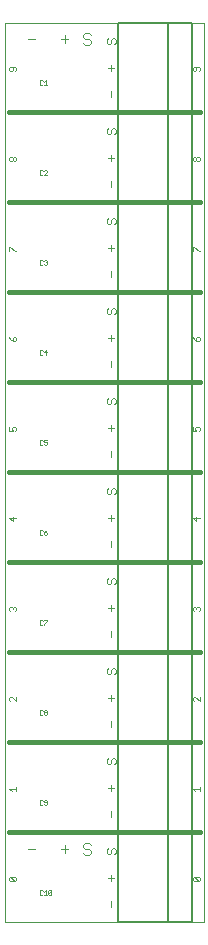
<source format=gto>
G75*
%MOIN*%
%OFA0B0*%
%FSLAX24Y24*%
%IPPOS*%
%LPD*%
%AMOC8*
5,1,8,0,0,1.08239X$1,22.5*
%
%ADD10C,0.0000*%
%ADD11C,0.0030*%
%ADD12C,0.0160*%
%ADD13C,0.0020*%
%ADD14C,0.0050*%
%ADD15C,0.0010*%
D10*
X000100Y000125D02*
X000100Y030121D01*
X006720Y030121D01*
X006720Y000125D01*
X000100Y000125D01*
D11*
X000865Y002575D02*
X001112Y002575D01*
X001970Y002575D02*
X002217Y002575D01*
X002093Y002452D02*
X002093Y002699D01*
X002707Y002699D02*
X002707Y002637D01*
X002768Y002575D01*
X002892Y002575D01*
X002953Y002513D01*
X002953Y002452D01*
X002892Y002390D01*
X002768Y002390D01*
X002707Y002452D01*
X002707Y002699D02*
X002768Y002760D01*
X002892Y002760D01*
X002953Y002699D01*
X003495Y002553D02*
X003495Y002456D01*
X003543Y002408D01*
X003592Y002408D01*
X003640Y002456D01*
X003640Y002553D01*
X003688Y002601D01*
X003737Y002601D01*
X003785Y002553D01*
X003785Y002456D01*
X003737Y002408D01*
X003640Y001717D02*
X003640Y001524D01*
X003543Y001621D02*
X003737Y001621D01*
X003640Y000833D02*
X003640Y000640D01*
X003495Y002553D02*
X003543Y002601D01*
X003640Y003640D02*
X003640Y003833D01*
X003640Y004524D02*
X003640Y004717D01*
X003543Y004621D02*
X003737Y004621D01*
X003737Y005408D02*
X003785Y005456D01*
X003785Y005553D01*
X003737Y005601D01*
X003688Y005601D01*
X003640Y005553D01*
X003640Y005456D01*
X003592Y005408D01*
X003543Y005408D01*
X003495Y005456D01*
X003495Y005553D01*
X003543Y005601D01*
X003640Y006640D02*
X003640Y006833D01*
X003640Y007524D02*
X003640Y007717D01*
X003543Y007621D02*
X003737Y007621D01*
X003737Y008408D02*
X003785Y008456D01*
X003785Y008553D01*
X003737Y008601D01*
X003688Y008601D01*
X003640Y008553D01*
X003640Y008456D01*
X003592Y008408D01*
X003543Y008408D01*
X003495Y008456D01*
X003495Y008553D01*
X003543Y008601D01*
X003640Y009640D02*
X003640Y009833D01*
X003640Y010524D02*
X003640Y010717D01*
X003543Y010621D02*
X003737Y010621D01*
X003737Y011408D02*
X003785Y011456D01*
X003785Y011553D01*
X003737Y011601D01*
X003688Y011601D01*
X003640Y011553D01*
X003640Y011456D01*
X003592Y011408D01*
X003543Y011408D01*
X003495Y011456D01*
X003495Y011553D01*
X003543Y011601D01*
X003640Y012640D02*
X003640Y012833D01*
X003640Y013524D02*
X003640Y013717D01*
X003543Y013621D02*
X003737Y013621D01*
X003737Y014408D02*
X003785Y014456D01*
X003785Y014553D01*
X003737Y014601D01*
X003688Y014601D01*
X003640Y014553D01*
X003640Y014456D01*
X003592Y014408D01*
X003543Y014408D01*
X003495Y014456D01*
X003495Y014553D01*
X003543Y014601D01*
X003640Y015640D02*
X003640Y015833D01*
X003640Y016524D02*
X003640Y016717D01*
X003543Y016621D02*
X003737Y016621D01*
X003737Y017408D02*
X003785Y017456D01*
X003785Y017553D01*
X003737Y017601D01*
X003688Y017601D01*
X003640Y017553D01*
X003640Y017456D01*
X003592Y017408D01*
X003543Y017408D01*
X003495Y017456D01*
X003495Y017553D01*
X003543Y017601D01*
X003640Y018640D02*
X003640Y018833D01*
X003640Y019524D02*
X003640Y019717D01*
X003543Y019621D02*
X003737Y019621D01*
X003737Y020408D02*
X003785Y020456D01*
X003785Y020553D01*
X003737Y020601D01*
X003688Y020601D01*
X003640Y020553D01*
X003640Y020456D01*
X003592Y020408D01*
X003543Y020408D01*
X003495Y020456D01*
X003495Y020553D01*
X003543Y020601D01*
X003640Y021640D02*
X003640Y021833D01*
X003640Y022524D02*
X003640Y022717D01*
X003543Y022621D02*
X003737Y022621D01*
X003737Y023408D02*
X003785Y023456D01*
X003785Y023553D01*
X003737Y023601D01*
X003688Y023601D01*
X003640Y023553D01*
X003640Y023456D01*
X003592Y023408D01*
X003543Y023408D01*
X003495Y023456D01*
X003495Y023553D01*
X003543Y023601D01*
X003640Y024640D02*
X003640Y024833D01*
X003640Y025524D02*
X003640Y025717D01*
X003543Y025621D02*
X003737Y025621D01*
X003737Y026408D02*
X003785Y026456D01*
X003785Y026553D01*
X003737Y026601D01*
X003688Y026601D01*
X003640Y026553D01*
X003640Y026456D01*
X003592Y026408D01*
X003543Y026408D01*
X003495Y026456D01*
X003495Y026553D01*
X003543Y026601D01*
X003640Y027640D02*
X003640Y027833D01*
X003640Y028524D02*
X003640Y028717D01*
X003543Y028621D02*
X003737Y028621D01*
X003737Y029408D02*
X003785Y029456D01*
X003785Y029553D01*
X003737Y029601D01*
X003688Y029601D01*
X003640Y029553D01*
X003640Y029456D01*
X003592Y029408D01*
X003543Y029408D01*
X003495Y029456D01*
X003495Y029553D01*
X003543Y029601D01*
X002953Y029513D02*
X002953Y029452D01*
X002892Y029390D01*
X002768Y029390D01*
X002707Y029452D01*
X002768Y029575D02*
X002707Y029637D01*
X002707Y029699D01*
X002768Y029760D01*
X002892Y029760D01*
X002953Y029699D01*
X002892Y029575D02*
X002953Y029513D01*
X002892Y029575D02*
X002768Y029575D01*
X002217Y029575D02*
X001970Y029575D01*
X002093Y029452D02*
X002093Y029699D01*
X001112Y029575D02*
X000865Y029575D01*
D12*
X000225Y027125D02*
X006600Y027125D01*
X006600Y024125D02*
X000225Y024125D01*
X000225Y021125D02*
X006600Y021125D01*
X006600Y018125D02*
X000225Y018125D01*
X000225Y015125D02*
X006600Y015125D01*
X006600Y012125D02*
X000225Y012125D01*
X000225Y009125D02*
X006600Y009125D01*
X006600Y006125D02*
X000225Y006125D01*
X000225Y003125D02*
X006600Y003125D01*
D13*
X006590Y004510D02*
X006590Y004657D01*
X006590Y004583D02*
X006370Y004583D01*
X006443Y004510D01*
X006407Y001657D02*
X006553Y001510D01*
X006590Y001547D01*
X006590Y001620D01*
X006553Y001657D01*
X006407Y001657D01*
X006370Y001620D01*
X006370Y001547D01*
X006407Y001510D01*
X006553Y001510D01*
X006590Y007510D02*
X006443Y007657D01*
X006407Y007657D01*
X006370Y007620D01*
X006370Y007547D01*
X006407Y007510D01*
X006590Y007510D02*
X006590Y007657D01*
X006553Y010510D02*
X006590Y010547D01*
X006590Y010620D01*
X006553Y010657D01*
X006517Y010657D01*
X006480Y010620D01*
X006480Y010583D01*
X006480Y010620D02*
X006443Y010657D01*
X006407Y010657D01*
X006370Y010620D01*
X006370Y010547D01*
X006407Y010510D01*
X006480Y013510D02*
X006480Y013657D01*
X006590Y013620D02*
X006370Y013620D01*
X006480Y013510D01*
X006480Y016510D02*
X006370Y016510D01*
X006370Y016657D01*
X006443Y016620D02*
X006480Y016657D01*
X006553Y016657D01*
X006590Y016620D01*
X006590Y016547D01*
X006553Y016510D01*
X006480Y016510D02*
X006443Y016583D01*
X006443Y016620D01*
X006480Y019510D02*
X006407Y019583D01*
X006370Y019657D01*
X006480Y019620D02*
X006480Y019510D01*
X006553Y019510D01*
X006590Y019547D01*
X006590Y019620D01*
X006553Y019657D01*
X006517Y019657D01*
X006480Y019620D01*
X006553Y022510D02*
X006407Y022657D01*
X006370Y022657D01*
X006370Y022510D01*
X006553Y022510D02*
X006590Y022510D01*
X006553Y025510D02*
X006517Y025510D01*
X006480Y025547D01*
X006480Y025620D01*
X006517Y025657D01*
X006553Y025657D01*
X006590Y025620D01*
X006590Y025547D01*
X006553Y025510D01*
X006480Y025547D02*
X006443Y025510D01*
X006407Y025510D01*
X006370Y025547D01*
X006370Y025620D01*
X006407Y025657D01*
X006443Y025657D01*
X006480Y025620D01*
X006407Y028510D02*
X006443Y028510D01*
X006480Y028547D01*
X006480Y028657D01*
X006553Y028657D02*
X006407Y028657D01*
X006370Y028620D01*
X006370Y028547D01*
X006407Y028510D01*
X006553Y028510D02*
X006590Y028547D01*
X006590Y028620D01*
X006553Y028657D01*
X000465Y028620D02*
X000428Y028657D01*
X000282Y028657D01*
X000245Y028620D01*
X000245Y028547D01*
X000282Y028510D01*
X000318Y028510D01*
X000355Y028547D01*
X000355Y028657D01*
X000465Y028620D02*
X000465Y028547D01*
X000428Y028510D01*
X000392Y025657D02*
X000428Y025657D01*
X000465Y025620D01*
X000465Y025547D01*
X000428Y025510D01*
X000392Y025510D01*
X000355Y025547D01*
X000355Y025620D01*
X000392Y025657D01*
X000355Y025620D02*
X000318Y025657D01*
X000282Y025657D01*
X000245Y025620D01*
X000245Y025547D01*
X000282Y025510D01*
X000318Y025510D01*
X000355Y025547D01*
X000282Y022657D02*
X000245Y022657D01*
X000245Y022510D01*
X000282Y022657D02*
X000428Y022510D01*
X000465Y022510D01*
X000428Y019657D02*
X000392Y019657D01*
X000355Y019620D01*
X000355Y019510D01*
X000428Y019510D01*
X000465Y019547D01*
X000465Y019620D01*
X000428Y019657D01*
X000282Y019583D02*
X000355Y019510D01*
X000282Y019583D02*
X000245Y019657D01*
X000245Y016657D02*
X000245Y016510D01*
X000355Y016510D01*
X000318Y016583D01*
X000318Y016620D01*
X000355Y016657D01*
X000428Y016657D01*
X000465Y016620D01*
X000465Y016547D01*
X000428Y016510D01*
X000355Y013657D02*
X000355Y013510D01*
X000245Y013620D01*
X000465Y013620D01*
X000392Y010657D02*
X000428Y010657D01*
X000465Y010620D01*
X000465Y010547D01*
X000428Y010510D01*
X000355Y010583D02*
X000355Y010620D01*
X000392Y010657D01*
X000355Y010620D02*
X000318Y010657D01*
X000282Y010657D01*
X000245Y010620D01*
X000245Y010547D01*
X000282Y010510D01*
X000282Y007657D02*
X000245Y007620D01*
X000245Y007547D01*
X000282Y007510D01*
X000282Y007657D02*
X000318Y007657D01*
X000465Y007510D01*
X000465Y007657D01*
X000465Y004657D02*
X000465Y004510D01*
X000465Y004583D02*
X000245Y004583D01*
X000318Y004510D01*
X000282Y001657D02*
X000245Y001620D01*
X000245Y001547D01*
X000282Y001510D01*
X000428Y001510D01*
X000282Y001657D01*
X000428Y001657D01*
X000465Y001620D01*
X000465Y001547D01*
X000428Y001510D01*
D14*
X003870Y000155D02*
X003870Y003095D01*
X005520Y003095D01*
X006320Y003095D01*
X006320Y000155D01*
X005520Y000155D01*
X003870Y000155D01*
X003870Y003155D02*
X003870Y006095D01*
X005520Y006095D01*
X006320Y006095D01*
X006320Y003155D01*
X005520Y003155D01*
X003870Y003155D01*
X003870Y006155D02*
X003870Y009095D01*
X005520Y009095D01*
X006320Y009095D01*
X006320Y006155D01*
X005520Y006155D01*
X003870Y006155D01*
X003870Y009155D02*
X003870Y012095D01*
X005520Y012095D01*
X006320Y012095D01*
X006320Y009155D01*
X005520Y009155D01*
X003870Y009155D01*
X003870Y012155D02*
X003870Y015095D01*
X005520Y015095D01*
X006320Y015095D01*
X006320Y012155D01*
X005520Y012155D01*
X003870Y012155D01*
X003870Y015155D02*
X003870Y018095D01*
X005520Y018095D01*
X006320Y018095D01*
X006320Y015155D01*
X005520Y015155D01*
X003870Y015155D01*
X003870Y018155D02*
X003870Y021095D01*
X005520Y021095D01*
X006320Y021095D01*
X006320Y018155D01*
X005520Y018155D01*
X003870Y018155D01*
X003870Y021155D02*
X003870Y024095D01*
X005520Y024095D01*
X006320Y024095D01*
X006320Y021155D01*
X005520Y021155D01*
X003870Y021155D01*
X003870Y024155D02*
X003870Y027095D01*
X005520Y027095D01*
X006320Y027095D01*
X006320Y024155D01*
X005520Y024155D01*
X003870Y024155D01*
X003870Y027155D02*
X003870Y030095D01*
X005520Y030095D01*
X006320Y030095D01*
X006320Y027155D01*
X005520Y027155D01*
X003870Y027155D01*
X005520Y027155D02*
X005520Y030095D01*
X005520Y027095D02*
X005520Y024155D01*
X005520Y024095D02*
X005520Y021155D01*
X005520Y021095D02*
X005520Y018155D01*
X005520Y018095D02*
X005520Y015155D01*
X005520Y015095D02*
X005520Y012155D01*
X005520Y012095D02*
X005520Y009155D01*
X005520Y009095D02*
X005520Y006155D01*
X005520Y006095D02*
X005520Y003155D01*
X005520Y003095D02*
X005520Y000155D01*
D15*
X001650Y001080D02*
X001625Y001055D01*
X001575Y001055D01*
X001550Y001080D01*
X001650Y001180D01*
X001650Y001080D01*
X001650Y001180D02*
X001625Y001205D01*
X001575Y001205D01*
X001550Y001180D01*
X001550Y001080D01*
X001502Y001055D02*
X001402Y001055D01*
X001452Y001055D02*
X001452Y001205D01*
X001402Y001155D01*
X001355Y001180D02*
X001330Y001205D01*
X001280Y001205D01*
X001255Y001180D01*
X001255Y001080D01*
X001280Y001055D01*
X001330Y001055D01*
X001355Y001080D01*
X001280Y004055D02*
X001330Y004055D01*
X001355Y004080D01*
X001402Y004080D02*
X001427Y004055D01*
X001477Y004055D01*
X001502Y004080D01*
X001502Y004180D01*
X001477Y004205D01*
X001427Y004205D01*
X001402Y004180D01*
X001402Y004155D01*
X001427Y004130D01*
X001502Y004130D01*
X001355Y004180D02*
X001330Y004205D01*
X001280Y004205D01*
X001255Y004180D01*
X001255Y004080D01*
X001280Y004055D01*
X001280Y007055D02*
X001330Y007055D01*
X001355Y007080D01*
X001402Y007080D02*
X001402Y007105D01*
X001427Y007130D01*
X001477Y007130D01*
X001502Y007105D01*
X001502Y007080D01*
X001477Y007055D01*
X001427Y007055D01*
X001402Y007080D01*
X001427Y007130D02*
X001402Y007155D01*
X001402Y007180D01*
X001427Y007205D01*
X001477Y007205D01*
X001502Y007180D01*
X001502Y007155D01*
X001477Y007130D01*
X001355Y007180D02*
X001330Y007205D01*
X001280Y007205D01*
X001255Y007180D01*
X001255Y007080D01*
X001280Y007055D01*
X001280Y010055D02*
X001330Y010055D01*
X001355Y010080D01*
X001402Y010080D02*
X001402Y010055D01*
X001402Y010080D02*
X001502Y010180D01*
X001502Y010205D01*
X001402Y010205D01*
X001355Y010180D02*
X001330Y010205D01*
X001280Y010205D01*
X001255Y010180D01*
X001255Y010080D01*
X001280Y010055D01*
X001280Y013055D02*
X001330Y013055D01*
X001355Y013080D01*
X001402Y013080D02*
X001427Y013055D01*
X001477Y013055D01*
X001502Y013080D01*
X001502Y013105D01*
X001477Y013130D01*
X001402Y013130D01*
X001402Y013080D01*
X001402Y013130D02*
X001452Y013180D01*
X001502Y013205D01*
X001355Y013180D02*
X001330Y013205D01*
X001280Y013205D01*
X001255Y013180D01*
X001255Y013080D01*
X001280Y013055D01*
X001280Y016055D02*
X001330Y016055D01*
X001355Y016080D01*
X001402Y016080D02*
X001427Y016055D01*
X001477Y016055D01*
X001502Y016080D01*
X001502Y016130D01*
X001477Y016155D01*
X001452Y016155D01*
X001402Y016130D01*
X001402Y016205D01*
X001502Y016205D01*
X001355Y016180D02*
X001330Y016205D01*
X001280Y016205D01*
X001255Y016180D01*
X001255Y016080D01*
X001280Y016055D01*
X001280Y019055D02*
X001330Y019055D01*
X001355Y019080D01*
X001402Y019130D02*
X001502Y019130D01*
X001477Y019055D02*
X001477Y019205D01*
X001402Y019130D01*
X001355Y019180D02*
X001330Y019205D01*
X001280Y019205D01*
X001255Y019180D01*
X001255Y019080D01*
X001280Y019055D01*
X001280Y022055D02*
X001330Y022055D01*
X001355Y022080D01*
X001402Y022080D02*
X001427Y022055D01*
X001477Y022055D01*
X001502Y022080D01*
X001502Y022105D01*
X001477Y022130D01*
X001452Y022130D01*
X001477Y022130D02*
X001502Y022155D01*
X001502Y022180D01*
X001477Y022205D01*
X001427Y022205D01*
X001402Y022180D01*
X001355Y022180D02*
X001330Y022205D01*
X001280Y022205D01*
X001255Y022180D01*
X001255Y022080D01*
X001280Y022055D01*
X001280Y025055D02*
X001330Y025055D01*
X001355Y025080D01*
X001402Y025055D02*
X001502Y025155D01*
X001502Y025180D01*
X001477Y025205D01*
X001427Y025205D01*
X001402Y025180D01*
X001355Y025180D02*
X001330Y025205D01*
X001280Y025205D01*
X001255Y025180D01*
X001255Y025080D01*
X001280Y025055D01*
X001402Y025055D02*
X001502Y025055D01*
X001502Y028055D02*
X001402Y028055D01*
X001452Y028055D02*
X001452Y028205D01*
X001402Y028155D01*
X001355Y028180D02*
X001330Y028205D01*
X001280Y028205D01*
X001255Y028180D01*
X001255Y028080D01*
X001280Y028055D01*
X001330Y028055D01*
X001355Y028080D01*
M02*

</source>
